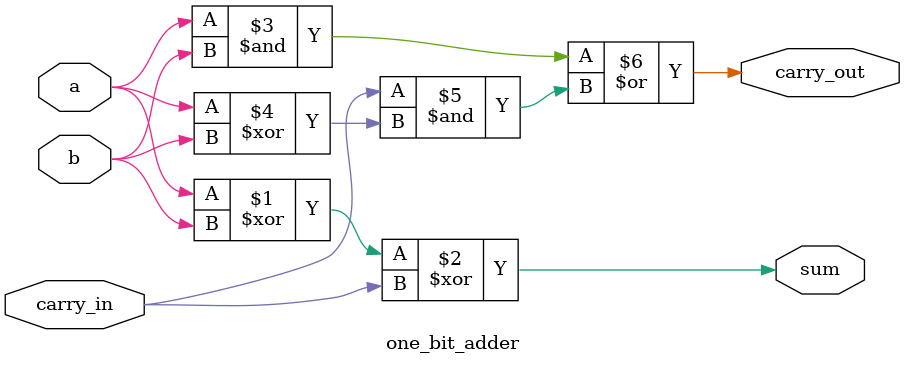
<source format=v>
module one_bit_adder(
	input a, b, 	// input bits to added
	input carry_in,	// carry input bit
	output sum,		// output sun bit
	output carry_out// carry output bit
);

assign sum = a ^ b ^ carry_in;						// bitwise XOR to calculate
assign carry_out = (a & b) | (carry_in & (a ^ b));	// bitwise AND and OR to calculate

endmodule

</source>
